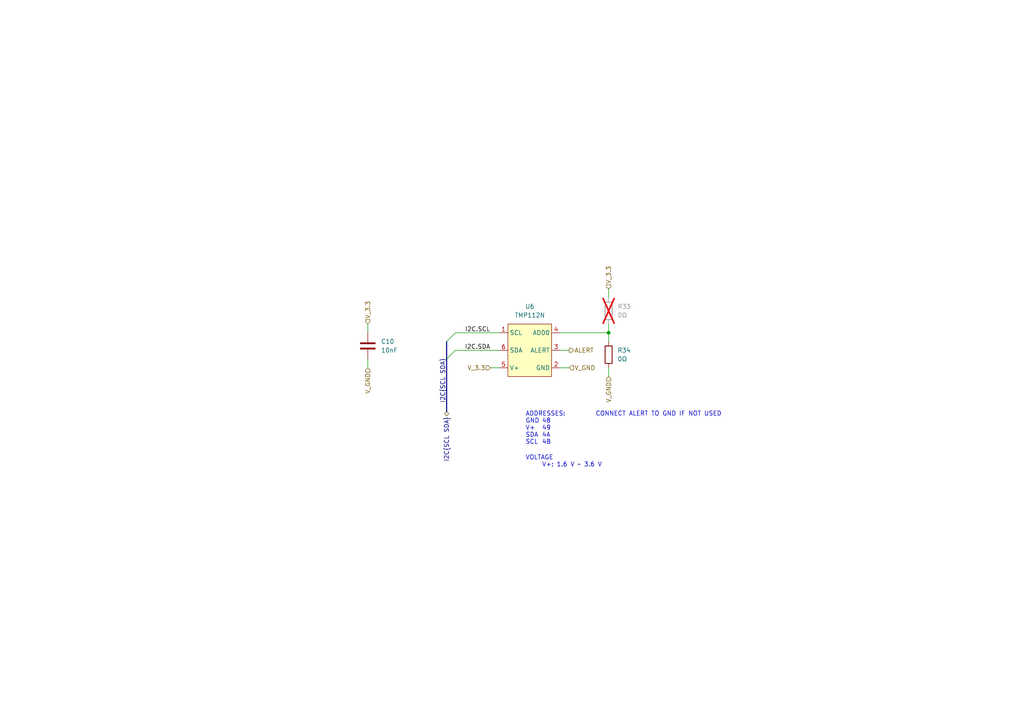
<source format=kicad_sch>
(kicad_sch (version 20231120) (generator "eeschema") (generator_version "8.0")
  (paper "A4")
  (lib_symbols
    (symbol "CUBESAT:TMP112N"
      (property "Reference" "U" (at 0 10.414 0))
      (property "Value" "TMP112N" (at 0 8.636 0))
      (symbol "TMP112N_0_0"
        (pin input line (at -8.89 5.08 0) (length 2.54) (name "SCL") (number "1"))
        (pin power_in line (at 8.89 -5.08 180) (length 2.54) (name "GND") (number "2"))
        (pin input line (at 8.89 5.08 180) (length 2.54) (name "ADD0") (number "4"))
        (pin power_in line (at -8.89 -5.08 0) (length 2.54) (name "V+") (number "5"))
        (pin bidirectional line (at -8.89 0 0) (length 2.54) (name "SDA") (number "6"))
      )
      (symbol "TMP112N_1_0"
        (pin unspecified line (at 8.89 0 180) (length 2.54) (name "ALERT") (number "3"))
      )
      (symbol "TMP112N_1_1"
        (rectangle (start -6.35 7.62) (end 6.35 -7.62) (fill (type background)))
      )
    )
    (symbol "Device:C" (pin_numbers hide) (pin_names (offset 0.254))
      (property "Reference" "C" (at 0.635 2.54 0))
      (property "Value" "C" (at 0.635 -2.54 0))
      (symbol "C_0_1"
        (polyline (pts (xy -2.032 -0.762) (xy 2.032 -0.762)) (stroke (width 0.508)))
        (polyline (pts (xy -2.032 0.762) (xy 2.032 0.762)) (stroke (width 0.508)))
      )
      (symbol "C_1_1"
        (pin passive line (at 0 3.81 270) (length 2.794) (name "~") (number "1"))
        (pin passive line (at 0 -3.81 90) (length 2.794) (name "~") (number "2"))
      )
    )
    (symbol "Device:R" (pin_numbers hide) (pin_names (offset 0))
      (property "Reference" "R" (at 2.032 0 90))
      (property "Value" "R" (at 0 0 90))
      (symbol "R_0_1"
        (rectangle (start -1.016 -2.54) (end 1.016 2.54) (stroke (width 0.254)))
      )
      (symbol "R_1_1"
        (pin passive line (at 0 3.81 270) (length 1.27) (name "~") (number "1"))
        (pin passive line (at 0 -3.81 90) (length 1.27) (name "~") (number "2"))
      )
    )
  )
  (junction (at 176.53 96.52))
  (bus_entry (at 129.54 104.14) (size 2.54 -2.54))
  (bus_entry (at 129.54 99.06) (size 2.54 -2.54))
  (wire (pts (xy 176.53 93.98) (xy 176.53 96.52)))
  (wire (pts (xy 106.68 93.98) (xy 106.68 96.52)))
  (wire (pts (xy 165.1 101.6) (xy 162.56 101.6)))
  (wire (pts (xy 165.1 106.68) (xy 162.56 106.68)))
  (wire (pts (xy 176.53 106.68) (xy 176.53 109.22)))
  (wire (pts (xy 176.53 83.82) (xy 176.53 86.36)))
  (bus (pts (xy 129.54 104.14) (xy 129.54 119.38)))
  (wire (pts (xy 162.56 96.52) (xy 176.53 96.52)))
  (wire (pts (xy 142.24 106.68) (xy 144.78 106.68)))
  (bus (pts (xy 129.54 104.14) (xy 129.54 99.06)))
  (wire (pts (xy 176.53 96.52) (xy 176.53 99.06)))
  (wire (pts (xy 132.08 96.52) (xy 144.78 96.52)))
  (wire (pts (xy 106.68 106.68) (xy 106.68 104.14)))
  (wire (pts (xy 132.08 101.6) (xy 144.78 101.6)))
  (text "VOLTAGE\n	V+: 1.6 V ~ 3.6 V" (at 152.4 132.08 0) (effects (font (size 1.27 1.27)) (justify left top)))
  (text "CONNECT ALERT TO GND IF NOT USED" (at 172.72 119.38 0) (effects (font (size 1.27 1.27)) (justify left top)))
  (text "ADDRESSES:\nGND	48\nV+	49\nSDA	4A\nSCL	4B" (at 152.4 119.38 0) (effects (font (size 1.27 1.27)) (justify left top)))
  (label "I2C.SCL" (at 142.24 96.52 180))
  (label "I2C.SDA" (at 142.24 101.6 180))
  (label "I2C{SCL SDA}" (at 129.54 116.84 90))
  (hierarchical_label "V_3.3" (shape input) (at 106.68 93.98 90))
  (hierarchical_label "V_3.3" (shape input) (at 176.53 83.82 90))
  (hierarchical_label "V_3.3" (shape input) (at 142.24 106.68 180))
  (hierarchical_label "I2C{SCL SDA}" (shape bidirectional) (at 129.54 119.38 270))
  (hierarchical_label "V_GND" (shape input) (at 176.53 109.22 270))
  (hierarchical_label "V_GND" (shape input) (at 106.68 106.68 270))
  (hierarchical_label "ALERT" (shape output) (at 165.1 101.6 0))
  (hierarchical_label "V_GND" (shape input) (at 165.1 106.68 0))
  (symbol (lib_id "Device:C") (at 106.68 100.33 0) (unit 1)
    (property "Reference" "C10" (at 110.49 99.0599 0) (effects (justify left)))
    (property "Value" "10nF" (at 110.49 101.5999 0) (effects (justify left)))
    (property "Footprint" "Capacitor_SMD:C_0603_1608Metric" (effects (hide yes)))
    (property "Description" "Unpolarized capacitor" (effects (hide yes)))
  )
  (symbol (lib_id "Device:R") (at 176.53 102.87 0) (unit 1)
    (property "Reference" "R34" (at 179.07 101.5999 0) (effects (justify left)))
    (property "Value" "0Ω" (at 179.07 104.1399 0) (effects (justify left)))
    (property "Footprint" "Resistor_SMD:R_0603_1608Metric" (effects (hide yes)))
    (property "Description" "Resistor" (effects (hide yes)))
  )
  (symbol (lib_id "Device:R") (at 176.53 90.17 0) (unit 1) (dnp yes)
    (property "Reference" "R33" (at 179.07 88.8999 0) (effects (justify left)))
    (property "Value" "0Ω" (at 179.07 91.4399 0) (effects (justify left)))
    (property "Footprint" "Resistor_SMD:R_0603_1608Metric" (effects (hide yes)))
    (property "Description" "Resistor" (effects (hide yes)))
  )
  (symbol (lib_id "CUBESAT:TMP112N") (at 153.67 101.6 0) (unit 1)
    (property "Reference" "U6" (at 153.67 88.9 0))
    (property "Value" "TMP112N" (at 153.67 91.44 0))
    (property "Footprint" "Package_TO_SOT_SMD:Texas_R-PDSO-N6_DRL-6" (effects (hide yes)))
    (property "Datasheet" "https://www.ti.com/lit/ds/symlink/tmp112.pdf" (effects (hide yes)))
    (property "Description" "High-Accuracy, Low-Power, Digital Temperature Sensors With SMBus and Two-Wire Serial Interface in SOT563 and X2SON Packages" (effects (hide yes)))
  )
)
</source>
